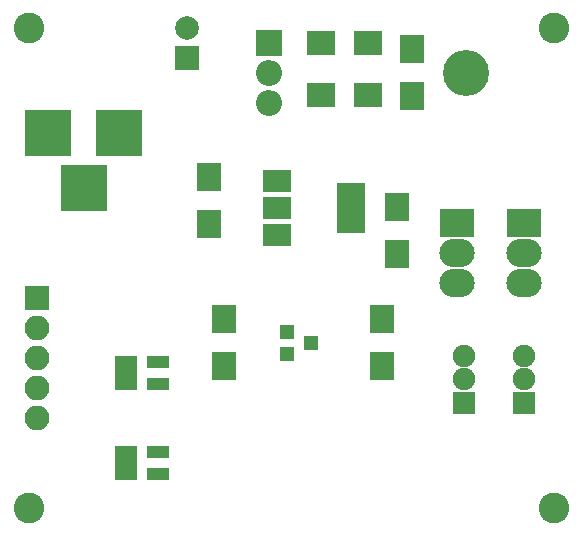
<source format=gbr>
G04 #@! TF.FileFunction,Soldermask,Bot*
%FSLAX46Y46*%
G04 Gerber Fmt 4.6, Leading zero omitted, Abs format (unit mm)*
G04 Created by KiCad (PCBNEW 4.0.7) date 03/06/18 08:51:19*
%MOMM*%
%LPD*%
G01*
G04 APERTURE LIST*
%ADD10C,0.100000*%
%ADD11C,2.600000*%
%ADD12R,2.000000X2.400000*%
%ADD13R,2.000000X2.000000*%
%ADD14C,2.000000*%
%ADD15R,2.400000X2.000000*%
%ADD16R,3.900000X3.900000*%
%ADD17R,2.400000X2.100000*%
%ADD18R,2.100000X2.400000*%
%ADD19O,3.900000X3.900000*%
%ADD20R,2.200000X2.200000*%
%ADD21O,2.200000X2.200000*%
%ADD22R,1.900000X1.900000*%
%ADD23C,1.900000*%
%ADD24R,3.000000X2.400000*%
%ADD25O,3.000000X2.400000*%
%ADD26R,2.400000X4.200000*%
%ADD27R,2.400000X1.900000*%
%ADD28R,2.100000X2.100000*%
%ADD29O,2.100000X2.100000*%
%ADD30R,1.960000X1.050000*%
%ADD31R,1.300000X1.200000*%
G04 APERTURE END LIST*
D10*
D11*
X97790000Y-16510000D03*
X53340000Y-57150000D03*
X97790000Y-57150000D03*
D12*
X68580000Y-29115000D03*
X68580000Y-33115000D03*
D13*
X66675000Y-19050000D03*
D14*
X66675000Y-16550000D03*
D12*
X84455000Y-31655000D03*
X84455000Y-35655000D03*
D15*
X78010000Y-22225000D03*
X82010000Y-22225000D03*
D16*
X60960000Y-25400000D03*
X54960000Y-25400000D03*
X57960000Y-30100000D03*
D17*
X78010000Y-17780000D03*
X82010000Y-17780000D03*
D18*
X85725000Y-18320000D03*
X85725000Y-22320000D03*
X83185000Y-41180000D03*
X83185000Y-45180000D03*
X69850000Y-41180000D03*
X69850000Y-45180000D03*
D19*
X90320000Y-20320000D03*
D20*
X73660000Y-17780000D03*
D21*
X73660000Y-20320000D03*
X73660000Y-22860000D03*
D22*
X95250000Y-48260000D03*
D23*
X95250000Y-46260000D03*
X95250000Y-44260000D03*
D24*
X95250000Y-33020000D03*
D25*
X95250000Y-35560000D03*
X95250000Y-38100000D03*
D26*
X80620000Y-31750000D03*
D27*
X74320000Y-31750000D03*
X74320000Y-29450000D03*
X74320000Y-34050000D03*
D28*
X53975000Y-39370000D03*
D29*
X53975000Y-41910000D03*
X53975000Y-44450000D03*
X53975000Y-46990000D03*
X53975000Y-49530000D03*
D11*
X53340000Y-16510000D03*
D22*
X90170000Y-48260000D03*
D23*
X90170000Y-46260000D03*
X90170000Y-44260000D03*
D24*
X89535000Y-33020000D03*
D25*
X89535000Y-35560000D03*
X89535000Y-38100000D03*
D30*
X61515000Y-54290000D03*
X61515000Y-53340000D03*
X61515000Y-52390000D03*
X64215000Y-52390000D03*
X64215000Y-54290000D03*
X61515000Y-46670000D03*
X61515000Y-45720000D03*
X61515000Y-44770000D03*
X64215000Y-44770000D03*
X64215000Y-46670000D03*
D31*
X75200000Y-44130000D03*
X75200000Y-42230000D03*
X77200000Y-43180000D03*
M02*

</source>
